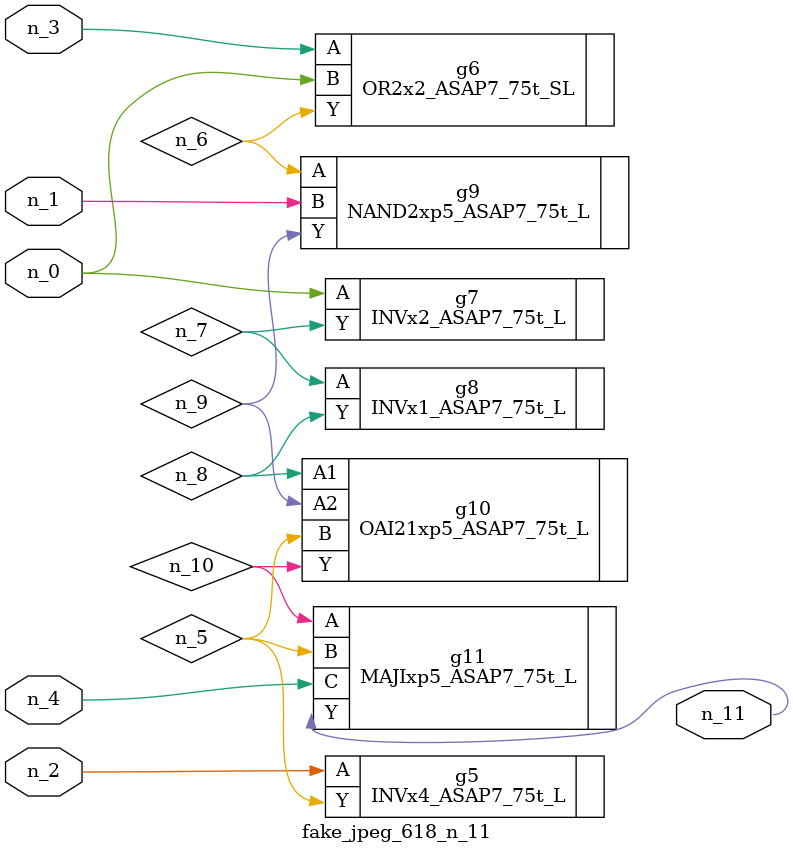
<source format=v>
module fake_jpeg_618_n_11 (n_3, n_2, n_1, n_0, n_4, n_11);

input n_3;
input n_2;
input n_1;
input n_0;
input n_4;

output n_11;

wire n_10;
wire n_8;
wire n_9;
wire n_6;
wire n_5;
wire n_7;

INVx4_ASAP7_75t_L g5 ( 
.A(n_2),
.Y(n_5)
);

OR2x2_ASAP7_75t_SL g6 ( 
.A(n_3),
.B(n_0),
.Y(n_6)
);

INVx2_ASAP7_75t_L g7 ( 
.A(n_0),
.Y(n_7)
);

INVx1_ASAP7_75t_L g8 ( 
.A(n_7),
.Y(n_8)
);

OAI21xp5_ASAP7_75t_L g10 ( 
.A1(n_8),
.A2(n_9),
.B(n_5),
.Y(n_10)
);

NAND2xp5_ASAP7_75t_L g9 ( 
.A(n_6),
.B(n_1),
.Y(n_9)
);

MAJIxp5_ASAP7_75t_L g11 ( 
.A(n_10),
.B(n_5),
.C(n_4),
.Y(n_11)
);


endmodule
</source>
